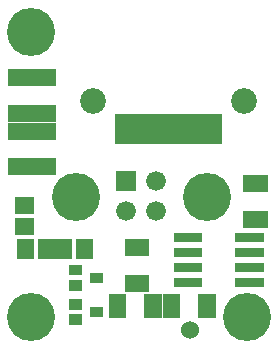
<source format=gbr>
G04 start of page 6 for group -4063 idx -4063 *
G04 Title: (unknown), componentmask *
G04 Creator: pcb 1.99z *
G04 CreationDate: Tue 15 Oct 2013 04:03:46 AM GMT UTC *
G04 For: commonadmin *
G04 Format: Gerber/RS-274X *
G04 PCB-Dimensions: 600000 500000 *
G04 PCB-Coordinate-Origin: lower left *
%MOIN*%
%FSLAX25Y25*%
%LNTOPMASK*%
%ADD47R,0.0550X0.0550*%
%ADD46R,0.0350X0.0350*%
%ADD45R,0.0572X0.0572*%
%ADD44R,0.0300X0.0300*%
%ADD43C,0.0600*%
%ADD42C,0.1600*%
%ADD41C,0.0860*%
%ADD40C,0.0660*%
%ADD39C,0.0001*%
G54D39*G36*
X40432Y59973D02*Y53373D01*
X47032D01*
Y59973D01*
X40432D01*
G37*
G54D40*X43732Y46673D03*
X53732D03*
Y56673D03*
G54D41*X83100Y83300D03*
X32900D03*
G54D42*X70898Y51555D03*
X84000Y11500D03*
G54D43*X65000Y7000D03*
G54D42*X27197Y51555D03*
X12000Y11500D03*
Y106500D03*
G54D44*X61250Y38000D02*X67750D01*
X61250Y33000D02*X67750D01*
X61250Y28000D02*X67750D01*
X61250Y23000D02*X67750D01*
X81750D02*X88250D01*
X81750Y28000D02*X88250D01*
X81750Y33000D02*X88250D01*
X81750Y38000D02*X88250D01*
G54D45*X85819Y44000D02*X88181D01*
X85819Y55810D02*X88181D01*
X52810Y16181D02*Y13819D01*
X59000Y16181D02*Y13819D01*
X70810Y16181D02*Y13819D01*
X46319Y34500D02*X48681D01*
X46319Y22690D02*X48681D01*
G54D46*X26700Y15600D02*X27300D01*
X26700Y10500D02*X27300D01*
X33700Y13000D02*X34300D01*
G54D45*X41000Y16181D02*Y13819D01*
G54D46*X26700Y27000D02*X27300D01*
X26700Y21900D02*X27300D01*
X33700Y24400D02*X34300D01*
G54D45*X30000Y34393D02*Y33607D01*
X22914Y34393D02*Y33607D01*
X17328Y34393D02*Y33607D01*
X10242Y34393D02*Y33607D01*
X9607Y41500D02*X10393D01*
X9607Y48586D02*X10393D01*
X15319Y61500D02*X17681D01*
X7319D02*X9681D01*
X15319Y73310D02*X17681D01*
X15319Y79310D02*X17681D01*
X15319Y91120D02*X17681D01*
X7319Y73310D02*X9681D01*
X7319Y79310D02*X9681D01*
X7319Y91120D02*X9681D01*
G54D47*X43000Y76150D02*Y71850D01*
X48000Y76150D02*Y71850D01*
X53000Y76150D02*Y71850D01*
X58000Y76150D02*Y71850D01*
X63000Y76150D02*Y71850D01*
X68000Y76150D02*Y71850D01*
X73000Y76150D02*Y71850D01*
M02*

</source>
